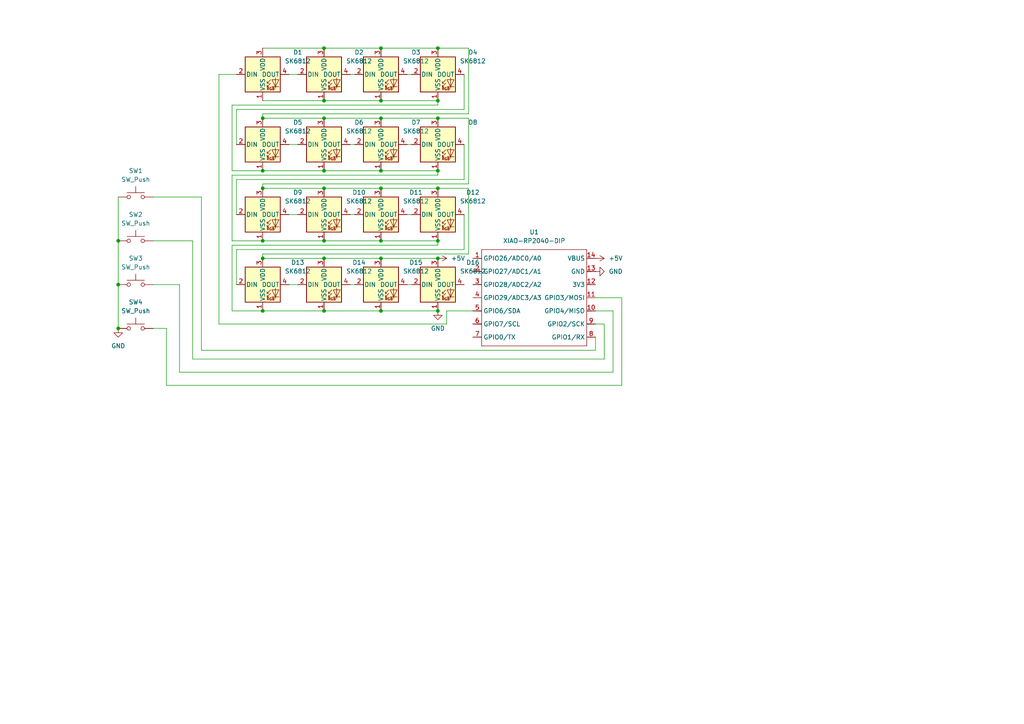
<source format=kicad_sch>
(kicad_sch (version 20250114) (generator "eeschema") (generator_version "9.0")
  (paper "A4")
  (lib_symbols
    (symbol "LED:SK6812" (pin_names (offset 0.254))
      (property "Reference" "D" (at 5.08 5.715 0))
      (property "Value" "SK6812" (at 1.27 -5.715 0))
      (symbol "SK6812_0_0"
        (text "RGB" (at 2.286 -4.191 0) (effects (font (size 0.762 0.762))))
      )
      (symbol "SK6812_0_1"
        (polyline (pts (xy 1.27 -2.54) (xy 1.778 -2.54)))
        (polyline (pts (xy 1.27 -3.556) (xy 1.778 -3.556)))
        (polyline (pts (xy 2.286 -1.524) (xy 1.27 -2.54) (xy 1.27 -2.032)))
        (polyline (pts (xy 2.286 -2.54) (xy 1.27 -3.556) (xy 1.27 -3.048)))
        (polyline (pts (xy 3.683 -1.016) (xy 3.683 -3.556) (xy 3.683 -4.064)))
        (polyline (pts (xy 4.699 -1.524) (xy 2.667 -1.524) (xy 3.683 -3.556) (xy 4.699 -1.524)))
        (polyline (pts (xy 4.699 -3.556) (xy 2.667 -3.556)))
        (rectangle (start 5.08 5.08) (end -5.08 -5.08) (stroke (width 0.254)) (fill (type background)))
      )
      (symbol "SK6812_1_1"
        (pin input line (at -7.62 0 0) (length 2.54) (name "DIN") (number "2"))
        (pin power_in line (at 0 7.62 270) (length 2.54) (name "VDD") (number "3"))
        (pin power_in line (at 0 -7.62 90) (length 2.54) (name "VSS") (number "1"))
        (pin output line (at 7.62 0 180) (length 2.54) (name "DOUT") (number "4"))
      )
    )
    (symbol "OPL:XIAO-RP2040-DIP"
      (property "Reference" "U" (at 0 0 0))
      (property "Value" "XIAO-RP2040-DIP" (at 5.334 -1.778 0))
      (symbol "XIAO-RP2040-DIP_1_0"
        (polyline (pts (xy -1.27 -2.54) (xy 29.21 -2.54)) (stroke (width 0.1524)))
        (polyline (pts (xy -1.27 -5.08) (xy -2.54 -5.08)) (stroke (width 0.1524)))
        (polyline (pts (xy -1.27 -5.08) (xy -1.27 -2.54)) (stroke (width 0.1524)))
        (polyline (pts (xy -1.27 -8.89) (xy -2.54 -8.89)) (stroke (width 0.1524)))
        (polyline (pts (xy -1.27 -8.89) (xy -1.27 -5.08)) (stroke (width 0.1524)))
        (polyline (pts (xy -1.27 -12.7) (xy -2.54 -12.7)) (stroke (width 0.1524)))
        (polyline (pts (xy -1.27 -12.7) (xy -1.27 -8.89)) (stroke (width 0.1524)))
        (polyline (pts (xy -1.27 -16.51) (xy -2.54 -16.51)) (stroke (width 0.1524)))
        (polyline (pts (xy -1.27 -16.51) (xy -1.27 -12.7)) (stroke (width 0.1524)))
        (polyline (pts (xy -1.27 -20.32) (xy -2.54 -20.32)) (stroke (width 0.1524)))
        (polyline (pts (xy -1.27 -24.13) (xy -2.54 -24.13)) (stroke (width 0.1524)))
        (polyline (pts (xy -1.27 -27.94) (xy -2.54 -27.94)) (stroke (width 0.1524)))
        (polyline (pts (xy -1.27 -30.48) (xy -1.27 -16.51)) (stroke (width 0.1524)))
        (polyline (pts (xy 29.21 -2.54) (xy 29.21 -5.08)) (stroke (width 0.1524)))
        (polyline (pts (xy 29.21 -5.08) (xy 29.21 -8.89)) (stroke (width 0.1524)))
        (polyline (pts (xy 29.21 -8.89) (xy 29.21 -12.7)) (stroke (width 0.1524)))
        (polyline (pts (xy 29.21 -12.7) (xy 29.21 -30.48)) (stroke (width 0.1524)))
        (polyline (pts (xy 29.21 -30.48) (xy -1.27 -30.48)) (stroke (width 0.1524)))
        (polyline (pts (xy 30.48 -5.08) (xy 29.21 -5.08)) (stroke (width 0.1524)))
        (polyline (pts (xy 30.48 -8.89) (xy 29.21 -8.89)) (stroke (width 0.1524)))
        (polyline (pts (xy 30.48 -12.7) (xy 29.21 -12.7)) (stroke (width 0.1524)))
        (polyline (pts (xy 30.48 -16.51) (xy 29.21 -16.51)) (stroke (width 0.1524)))
        (polyline (pts (xy 30.48 -20.32) (xy 29.21 -20.32)) (stroke (width 0.1524)))
        (polyline (pts (xy 30.48 -24.13) (xy 29.21 -24.13)) (stroke (width 0.1524)))
        (polyline (pts (xy 30.48 -27.94) (xy 29.21 -27.94)) (stroke (width 0.1524)))
        (pin passive line (at -3.81 -5.08 0) (length 2.54) (name "GPIO26/ADC0/A0") (number "1"))
        (pin passive line (at -3.81 -8.89 0) (length 2.54) (name "GPIO27/ADC1/A1") (number "2"))
        (pin passive line (at -3.81 -12.7 0) (length 2.54) (name "GPIO28/ADC2/A2") (number "3"))
        (pin passive line (at -3.81 -16.51 0) (length 2.54) (name "GPIO29/ADC3/A3") (number "4"))
        (pin passive line (at -3.81 -20.32 0) (length 2.54) (name "GPIO6/SDA") (number "5"))
        (pin passive line (at -3.81 -24.13 0) (length 2.54) (name "GPIO7/SCL") (number "6"))
        (pin passive line (at -3.81 -27.94 0) (length 2.54) (name "GPIO0/TX") (number "7"))
        (pin passive line (at 31.75 -5.08 180) (length 2.54) (name "VBUS") (number "14"))
        (pin passive line (at 31.75 -8.89 180) (length 2.54) (name "GND") (number "13"))
        (pin passive line (at 31.75 -12.7 180) (length 2.54) (name "3V3") (number "12"))
        (pin passive line (at 31.75 -16.51 180) (length 2.54) (name "GPIO3/MOSI") (number "11"))
        (pin passive line (at 31.75 -20.32 180) (length 2.54) (name "GPIO4/MISO") (number "10"))
        (pin passive line (at 31.75 -24.13 180) (length 2.54) (name "GPIO2/SCK") (number "9"))
        (pin passive line (at 31.75 -27.94 180) (length 2.54) (name "GPIO1/RX") (number "8"))
      )
    )
    (symbol "Switch:SW_Push" (pin_numbers (hide yes)) (pin_names (offset 1.016) (hide yes))
      (property "Reference" "SW" (at 1.27 2.54 0))
      (property "Value" "SW_Push" (at 0 -1.524 0))
      (symbol "SW_Push_0_1"
        (circle (center -2.032 0) (radius 0.508))
        (polyline (pts (xy 0 1.27) (xy 0 3.048)))
        (circle (center 2.032 0) (radius 0.508))
        (polyline (pts (xy 2.54 1.27) (xy -2.54 1.27)))
        (pin passive line (at -5.08 0 0) (length 2.54) (name "1") (number "1"))
        (pin passive line (at 5.08 0 180) (length 2.54) (name "2") (number "2"))
      )
    )
    (symbol "power:+5V" (power) (pin_numbers (hide yes)) (pin_names (offset 0) (hide yes))
      (property "Value" "+5V" (at 0 3.556 0))
      (symbol "+5V_0_1"
        (polyline (pts (xy -0.762 1.27) (xy 0 2.54)))
        (polyline (pts (xy 0 2.54) (xy 0.762 1.27)))
        (polyline (pts (xy 0 0) (xy 0 2.54)))
      )
      (symbol "+5V_1_1"
        (pin power_in line (at 0 0 90) (length 0) (name "~") (number "1"))
      )
    )
    (symbol "power:GND" (power) (pin_numbers (hide yes)) (pin_names (offset 0) (hide yes))
      (property "Value" "GND" (at 0 -3.81 0))
      (symbol "GND_0_1"
        (polyline (pts (xy 0 0) (xy 0 -1.27) (xy 1.27 -1.27) (xy 0 -2.54) (xy -1.27 -1.27) (xy 0 -1.27)))
      )
      (symbol "GND_1_1"
        (pin power_in line (at 0 0 270) (length 0) (name "~") (number "1"))
      )
    )
  )
  (junction (at 127 34.29))
  (junction (at 76.2 90.17))
  (junction (at 127 74.93))
  (junction (at 93.98 74.93))
  (junction (at 76.2 49.53))
  (junction (at 110.49 90.17))
  (junction (at 93.98 29.21))
  (junction (at 110.49 13.97))
  (junction (at 76.2 54.61))
  (junction (at 93.98 69.85))
  (junction (at 127 29.21))
  (junction (at 110.49 29.21))
  (junction (at 93.98 90.17))
  (junction (at 76.2 69.85))
  (junction (at 93.98 13.97))
  (junction (at 76.2 34.29))
  (junction (at 127 49.53))
  (junction (at 127 54.61))
  (junction (at 76.2 74.93))
  (junction (at 127 69.85))
  (junction (at 127 13.97))
  (junction (at 34.29 69.85))
  (junction (at 110.49 49.53))
  (junction (at 110.49 74.93))
  (junction (at 34.29 95.25))
  (junction (at 93.98 49.53))
  (junction (at 93.98 34.29))
  (junction (at 93.98 54.61))
  (junction (at 110.49 69.85))
  (junction (at 127 90.17))
  (junction (at 34.29 82.55))
  (junction (at 110.49 54.61))
  (junction (at 110.49 34.29))
  (wire (pts (xy 129.54 93.98) (xy 129.54 90.17)))
  (wire (pts (xy 118.11 21.59) (xy 119.38 21.59)))
  (wire (pts (xy 93.98 74.93) (xy 110.49 74.93)))
  (wire (pts (xy 76.2 74.93) (xy 93.98 74.93)))
  (wire (pts (xy 93.98 90.17) (xy 76.2 90.17)))
  (wire (pts (xy 34.29 82.55) (xy 34.29 95.25)))
  (wire (pts (xy 134.62 21.59) (xy 134.62 31.75)))
  (wire (pts (xy 180.34 86.36) (xy 180.34 111.76)))
  (wire (pts (xy 135.89 53.34) (xy 76.2 53.34)))
  (wire (pts (xy 134.62 52.07) (xy 68.58 52.07)))
  (wire (pts (xy 172.72 101.6) (xy 58.42 101.6)))
  (wire (pts (xy 110.49 74.93) (xy 127 74.93)))
  (wire (pts (xy 134.62 41.91) (xy 134.62 52.07)))
  (wire (pts (xy 135.89 54.61) (xy 135.89 73.66)))
  (wire (pts (xy 127 50.8) (xy 67.31 50.8)))
  (wire (pts (xy 67.31 49.53) (xy 76.2 49.53)))
  (wire (pts (xy 83.82 82.55) (xy 86.36 82.55)))
  (wire (pts (xy 48.26 95.25) (xy 44.45 95.25)))
  (wire (pts (xy 55.88 104.14) (xy 55.88 69.85)))
  (wire (pts (xy 127 13.97) (xy 135.89 13.97)))
  (wire (pts (xy 134.62 62.23) (xy 134.62 72.39)))
  (wire (pts (xy 93.98 49.53) (xy 110.49 49.53)))
  (wire (pts (xy 172.72 90.17) (xy 177.8 90.17)))
  (wire (pts (xy 134.62 72.39) (xy 68.58 72.39)))
  (wire (pts (xy 67.31 90.17) (xy 76.2 90.17)))
  (wire (pts (xy 68.58 72.39) (xy 68.58 82.55)))
  (wire (pts (xy 127 69.85) (xy 127 71.12)))
  (wire (pts (xy 110.49 49.53) (xy 127 49.53)))
  (wire (pts (xy 175.26 93.98) (xy 175.26 104.14)))
  (wire (pts (xy 110.49 54.61) (xy 127 54.61)))
  (wire (pts (xy 127 34.29) (xy 135.89 34.29)))
  (wire (pts (xy 76.2 54.61) (xy 93.98 54.61)))
  (wire (pts (xy 110.49 13.97) (xy 127 13.97)))
  (wire (pts (xy 175.26 104.14) (xy 55.88 104.14)))
  (wire (pts (xy 93.98 29.21) (xy 110.49 29.21)))
  (wire (pts (xy 118.11 62.23) (xy 119.38 62.23)))
  (wire (pts (xy 110.49 29.21) (xy 127 29.21)))
  (wire (pts (xy 93.98 13.97) (xy 110.49 13.97)))
  (wire (pts (xy 135.89 34.29) (xy 135.89 53.34)))
  (wire (pts (xy 110.49 34.29) (xy 127 34.29)))
  (wire (pts (xy 135.89 13.97) (xy 135.89 33.02)))
  (wire (pts (xy 135.89 33.02) (xy 76.2 33.02)))
  (wire (pts (xy 177.8 107.95) (xy 52.07 107.95)))
  (wire (pts (xy 83.82 41.91) (xy 86.36 41.91)))
  (wire (pts (xy 68.58 52.07) (xy 68.58 62.23)))
  (wire (pts (xy 76.2 13.97) (xy 93.98 13.97)))
  (wire (pts (xy 34.29 57.15) (xy 34.29 69.85)))
  (wire (pts (xy 127 30.48) (xy 67.31 30.48)))
  (wire (pts (xy 127 71.12) (xy 67.31 71.12)))
  (wire (pts (xy 127 54.61) (xy 135.89 54.61)))
  (wire (pts (xy 76.2 69.85) (xy 93.98 69.85)))
  (wire (pts (xy 76.2 53.34) (xy 76.2 54.61)))
  (wire (pts (xy 76.2 29.21) (xy 93.98 29.21)))
  (wire (pts (xy 76.2 34.29) (xy 93.98 34.29)))
  (wire (pts (xy 34.29 69.85) (xy 34.29 82.55)))
  (wire (pts (xy 68.58 31.75) (xy 68.58 41.91)))
  (wire (pts (xy 76.2 49.53) (xy 93.98 49.53)))
  (wire (pts (xy 172.72 86.36) (xy 180.34 86.36)))
  (wire (pts (xy 67.31 71.12) (xy 67.31 90.17)))
  (wire (pts (xy 76.2 33.02) (xy 76.2 34.29)))
  (wire (pts (xy 135.89 73.66) (xy 76.2 73.66)))
  (wire (pts (xy 67.31 50.8) (xy 67.31 69.85)))
  (wire (pts (xy 110.49 69.85) (xy 127 69.85)))
  (wire (pts (xy 63.5 21.59) (xy 68.58 21.59)))
  (wire (pts (xy 118.11 82.55) (xy 119.38 82.55)))
  (wire (pts (xy 83.82 21.59) (xy 86.36 21.59)))
  (wire (pts (xy 101.6 62.23) (xy 102.87 62.23)))
  (wire (pts (xy 180.34 111.76) (xy 48.26 111.76)))
  (wire (pts (xy 110.49 90.17) (xy 127 90.17)))
  (wire (pts (xy 101.6 21.59) (xy 102.87 21.59)))
  (wire (pts (xy 118.11 41.91) (xy 119.38 41.91)))
  (wire (pts (xy 58.42 101.6) (xy 58.42 57.15)))
  (wire (pts (xy 93.98 54.61) (xy 110.49 54.61)))
  (wire (pts (xy 127 29.21) (xy 127 30.48)))
  (wire (pts (xy 52.07 82.55) (xy 44.45 82.55)))
  (wire (pts (xy 177.8 90.17) (xy 177.8 107.95)))
  (wire (pts (xy 76.2 73.66) (xy 76.2 74.93)))
  (wire (pts (xy 55.88 69.85) (xy 44.45 69.85)))
  (wire (pts (xy 127 49.53) (xy 127 50.8)))
  (wire (pts (xy 93.98 69.85) (xy 110.49 69.85)))
  (wire (pts (xy 129.54 90.17) (xy 137.16 90.17)))
  (wire (pts (xy 63.5 93.98) (xy 129.54 93.98)))
  (wire (pts (xy 83.82 62.23) (xy 86.36 62.23)))
  (wire (pts (xy 101.6 82.55) (xy 102.87 82.55)))
  (wire (pts (xy 172.72 97.79) (xy 172.72 101.6)))
  (wire (pts (xy 63.5 21.59) (xy 63.5 93.98)))
  (wire (pts (xy 58.42 57.15) (xy 44.45 57.15)))
  (wire (pts (xy 52.07 107.95) (xy 52.07 82.55)))
  (wire (pts (xy 110.49 90.17) (xy 93.98 90.17)))
  (wire (pts (xy 134.62 31.75) (xy 68.58 31.75)))
  (wire (pts (xy 67.31 30.48) (xy 67.31 49.53)))
  (wire (pts (xy 172.72 93.98) (xy 175.26 93.98)))
  (wire (pts (xy 48.26 111.76) (xy 48.26 95.25)))
  (wire (pts (xy 101.6 41.91) (xy 102.87 41.91)))
  (wire (pts (xy 67.31 69.85) (xy 76.2 69.85)))
  (wire (pts (xy 93.98 34.29) (xy 110.49 34.29)))
  (symbol (lib_id "LED:SK6812") (at 127 21.59 0) (unit 1)
    (property "Reference" "D4" (at 137.16 15.1698 0))
    (property "Value" "SK6812" (at 137.16 17.7098 0))
    (property "Footprint" "LED_SMD:LED_SK6812MINI_PLCC4_3.5x3.5mm_P1.75mm" (effects (hide yes)))
    (property "Datasheet" "https://cdn-shop.adafruit.com/product-files/1138/SK6812+LED+datasheet+.pdf" (effects (hide yes)))
    (property "Description" "RGB LED with integrated controller" (effects (hide yes)))
  )
  (symbol (lib_id "LED:SK6812") (at 127 41.91 0) (unit 1)
    (property "Reference" "D8" (at 137.16 35.4898 0))
    (property "Value" "SK6812" (effects (hide yes)))
    (property "Footprint" "LED_SMD:LED_SK6812MINI_PLCC4_3.5x3.5mm_P1.75mm" (effects (hide yes)))
    (property "Datasheet" "https://cdn-shop.adafruit.com/product-files/1138/SK6812+LED+datasheet+.pdf" (effects (hide yes)))
    (property "Description" "RGB LED with integrated controller" (effects (hide yes)))
  )
  (symbol (lib_id "Switch:SW_Push") (at 39.37 82.55 0) (unit 1)
    (property "Reference" "SW3" (at 39.37 74.93 0))
    (property "Value" "SW_Push" (at 39.37 77.47 0))
    (property "Footprint" "Button_Switch_Keyboard:SW_Cherry_MX_1.00u_PCB" (effects (hide yes)))
    (property "Description" "Push button switch, generic, two pins" (effects (hide yes)))
  )
  (symbol (lib_id "LED:SK6812") (at 127 62.23 0) (unit 1)
    (property "Reference" "D12" (at 137.16 55.8098 0))
    (property "Value" "SK6812" (at 137.16 58.3498 0))
    (property "Footprint" "LED_SMD:LED_SK6812MINI_PLCC4_3.5x3.5mm_P1.75mm" (effects (hide yes)))
    (property "Datasheet" "https://cdn-shop.adafruit.com/product-files/1138/SK6812+LED+datasheet+.pdf" (effects (hide yes)))
    (property "Description" "RGB LED with integrated controller" (effects (hide yes)))
  )
  (symbol (lib_id "LED:SK6812") (at 110.49 41.91 0) (unit 1)
    (property "Reference" "D7" (at 120.65 35.4898 0))
    (property "Value" "SK6812" (at 120.65 38.0298 0))
    (property "Footprint" "LED_SMD:LED_SK6812MINI_PLCC4_3.5x3.5mm_P1.75mm" (effects (hide yes)))
    (property "Datasheet" "https://cdn-shop.adafruit.com/product-files/1138/SK6812+LED+datasheet+.pdf" (effects (hide yes)))
    (property "Description" "RGB LED with integrated controller" (effects (hide yes)))
  )
  (symbol (lib_id "OPL:XIAO-RP2040-DIP") (at 140.97 69.85 0) (unit 1)
    (property "Reference" "U1" (at 154.94 67.31 0))
    (property "Value" "XIAO-RP2040-DIP" (at 154.94 69.85 0))
    (property "Footprint" "OPL:XIAO-RP2040-DIP" (effects (hide yes)))
  )
  (symbol (lib_id "power:GND") (at 127 90.17 0) (unit 1)
    (property "Reference" "#PWR02" (effects (hide yes)))
    (property "Value" "GND" (at 127 95.25 0))
    (property "Description" "Power symbol creates a global label with name \"GND\" , ground" (effects (hide yes)))
  )
  (symbol (lib_id "Switch:SW_Push") (at 39.37 69.85 0) (unit 1)
    (property "Reference" "SW2" (at 39.37 62.23 0))
    (property "Value" "SW_Push" (at 39.37 64.77 0))
    (property "Footprint" "Button_Switch_Keyboard:SW_Cherry_MX_1.00u_PCB" (effects (hide yes)))
    (property "Description" "Push button switch, generic, two pins" (effects (hide yes)))
  )
  (symbol (lib_id "LED:SK6812") (at 93.98 62.23 0) (unit 1)
    (property "Reference" "D10" (at 104.14 55.8098 0))
    (property "Value" "SK6812" (at 104.14 58.3498 0))
    (property "Footprint" "LED_SMD:LED_SK6812MINI_PLCC4_3.5x3.5mm_P1.75mm" (effects (hide yes)))
    (property "Datasheet" "https://cdn-shop.adafruit.com/product-files/1138/SK6812+LED+datasheet+.pdf" (effects (hide yes)))
    (property "Description" "RGB LED with integrated controller" (effects (hide yes)))
  )
  (symbol (lib_id "LED:SK6812") (at 76.2 82.55 0) (unit 1)
    (property "Reference" "D13" (at 86.36 76.1298 0))
    (property "Value" "SK6812" (at 86.36 78.6698 0))
    (property "Footprint" "LED_SMD:LED_SK6812MINI_PLCC4_3.5x3.5mm_P1.75mm" (effects (hide yes)))
    (property "Datasheet" "https://cdn-shop.adafruit.com/product-files/1138/SK6812+LED+datasheet+.pdf" (effects (hide yes)))
    (property "Description" "RGB LED with integrated controller" (effects (hide yes)))
  )
  (symbol (lib_id "power:+5V") (at 127 74.93 270) (unit 1)
    (property "Reference" "#PWR01" (effects (hide yes)))
    (property "Value" "+5V" (at 130.81 74.9299 90) (effects (justify left)))
    (property "Description" "Power symbol creates a global label with name \"+5V\"" (effects (hide yes)))
  )
  (symbol (lib_id "power:GND") (at 172.72 78.74 90) (unit 1)
    (property "Reference" "#PWR05" (effects (hide yes)))
    (property "Value" "GND" (at 176.53 78.7399 90) (effects (justify right)))
    (property "Description" "Power symbol creates a global label with name \"GND\" , ground" (effects (hide yes)))
  )
  (symbol (lib_id "LED:SK6812") (at 110.49 21.59 0) (unit 1)
    (property "Reference" "D3" (at 120.65 15.1698 0))
    (property "Value" "SK6812" (at 120.65 17.7098 0))
    (property "Footprint" "LED_SMD:LED_SK6812MINI_PLCC4_3.5x3.5mm_P1.75mm" (effects (hide yes)))
    (property "Datasheet" "https://cdn-shop.adafruit.com/product-files/1138/SK6812+LED+datasheet+.pdf" (effects (hide yes)))
    (property "Description" "RGB LED with integrated controller" (effects (hide yes)))
  )
  (symbol (lib_id "LED:SK6812") (at 76.2 21.59 0) (unit 1)
    (property "Reference" "D1" (at 86.36 15.1698 0))
    (property "Value" "SK6812" (at 86.36 17.7098 0))
    (property "Footprint" "LED_SMD:LED_SK6812MINI_PLCC4_3.5x3.5mm_P1.75mm" (effects (hide yes)))
    (property "Datasheet" "https://cdn-shop.adafruit.com/product-files/1138/SK6812+LED+datasheet+.pdf" (effects (hide yes)))
    (property "Description" "RGB LED with integrated controller" (effects (hide yes)))
  )
  (symbol (lib_id "LED:SK6812") (at 127 82.55 0) (unit 1)
    (property "Reference" "D16" (at 137.16 76.1298 0))
    (property "Value" "SK6812" (at 137.16 78.6698 0))
    (property "Footprint" "LED_SMD:LED_SK6812MINI_PLCC4_3.5x3.5mm_P1.75mm" (effects (hide yes)))
    (property "Datasheet" "https://cdn-shop.adafruit.com/product-files/1138/SK6812+LED+datasheet+.pdf" (effects (hide yes)))
    (property "Description" "RGB LED with integrated controller" (effects (hide yes)))
  )
  (symbol (lib_id "LED:SK6812") (at 93.98 41.91 0) (unit 1)
    (property "Reference" "D6" (at 104.14 35.4898 0))
    (property "Value" "SK6812" (at 104.14 38.0298 0))
    (property "Footprint" "LED_SMD:LED_SK6812MINI_PLCC4_3.5x3.5mm_P1.75mm" (effects (hide yes)))
    (property "Datasheet" "https://cdn-shop.adafruit.com/product-files/1138/SK6812+LED+datasheet+.pdf" (effects (hide yes)))
    (property "Description" "RGB LED with integrated controller" (effects (hide yes)))
  )
  (symbol (lib_id "LED:SK6812") (at 76.2 41.91 0) (unit 1)
    (property "Reference" "D5" (at 86.36 35.4898 0))
    (property "Value" "SK6812" (at 86.36 38.0298 0))
    (property "Footprint" "LED_SMD:LED_SK6812MINI_PLCC4_3.5x3.5mm_P1.75mm" (effects (hide yes)))
    (property "Datasheet" "https://cdn-shop.adafruit.com/product-files/1138/SK6812+LED+datasheet+.pdf" (effects (hide yes)))
    (property "Description" "RGB LED with integrated controller" (effects (hide yes)))
  )
  (symbol (lib_id "power:GND") (at 34.29 95.25 0) (unit 1)
    (property "Reference" "#PWR03" (effects (hide yes)))
    (property "Value" "GND" (at 34.29 100.33 0))
    (property "Description" "Power symbol creates a global label with name \"GND\" , ground" (effects (hide yes)))
  )
  (symbol (lib_id "LED:SK6812") (at 110.49 62.23 0) (unit 1)
    (property "Reference" "D11" (at 120.65 55.8098 0))
    (property "Value" "SK6812" (at 120.65 58.3498 0))
    (property "Footprint" "LED_SMD:LED_SK6812MINI_PLCC4_3.5x3.5mm_P1.75mm" (effects (hide yes)))
    (property "Datasheet" "https://cdn-shop.adafruit.com/product-files/1138/SK6812+LED+datasheet+.pdf" (effects (hide yes)))
    (property "Description" "RGB LED with integrated controller" (effects (hide yes)))
  )
  (symbol (lib_id "LED:SK6812") (at 93.98 82.55 0) (unit 1)
    (property "Reference" "D14" (at 104.14 76.1298 0))
    (property "Value" "SK6812" (at 104.14 78.6698 0))
    (property "Footprint" "LED_SMD:LED_SK6812MINI_PLCC4_3.5x3.5mm_P1.75mm" (effects (hide yes)))
    (property "Datasheet" "https://cdn-shop.adafruit.com/product-files/1138/SK6812+LED+datasheet+.pdf" (effects (hide yes)))
    (property "Description" "RGB LED with integrated controller" (effects (hide yes)))
  )
  (symbol (lib_id "LED:SK6812") (at 93.98 21.59 0) (unit 1)
    (property "Reference" "D2" (at 104.14 15.1698 0))
    (property "Value" "SK6812" (at 104.14 17.7098 0))
    (property "Footprint" "LED_SMD:LED_SK6812MINI_PLCC4_3.5x3.5mm_P1.75mm" (effects (hide yes)))
    (property "Datasheet" "https://cdn-shop.adafruit.com/product-files/1138/SK6812+LED+datasheet+.pdf" (effects (hide yes)))
    (property "Description" "RGB LED with integrated controller" (effects (hide yes)))
  )
  (symbol (lib_id "LED:SK6812") (at 110.49 82.55 0) (unit 1)
    (property "Reference" "D15" (at 120.65 76.1298 0))
    (property "Value" "SK6812" (at 120.65 78.6698 0))
    (property "Footprint" "LED_SMD:LED_SK6812MINI_PLCC4_3.5x3.5mm_P1.75mm" (effects (hide yes)))
    (property "Datasheet" "https://cdn-shop.adafruit.com/product-files/1138/SK6812+LED+datasheet+.pdf" (effects (hide yes)))
    (property "Description" "RGB LED with integrated controller" (effects (hide yes)))
  )
  (symbol (lib_id "power:+5V") (at 172.72 74.93 270) (unit 1)
    (property "Reference" "#PWR04" (effects (hide yes)))
    (property "Value" "+5V" (at 176.53 74.9299 90) (effects (justify left)))
    (property "Description" "Power symbol creates a global label with name \"+5V\"" (effects (hide yes)))
  )
  (symbol (lib_id "Switch:SW_Push") (at 39.37 57.15 0) (unit 1)
    (property "Reference" "SW1" (at 39.37 49.53 0))
    (property "Value" "SW_Push" (at 39.37 52.07 0))
    (property "Footprint" "Button_Switch_Keyboard:SW_Cherry_MX_1.00u_PCB" (effects (hide yes)))
    (property "Description" "Push button switch, generic, two pins" (effects (hide yes)))
  )
  (symbol (lib_id "Switch:SW_Push") (at 39.37 95.25 0) (unit 1)
    (property "Reference" "SW4" (at 39.37 87.63 0))
    (property "Value" "SW_Push" (at 39.37 90.17 0))
    (property "Footprint" "Button_Switch_Keyboard:SW_Cherry_MX_1.00u_PCB" (effects (hide yes)))
    (property "Description" "Push button switch, generic, two pins" (effects (hide yes)))
  )
  (symbol (lib_id "LED:SK6812") (at 76.2 62.23 0) (unit 1)
    (property "Reference" "D9" (at 86.36 55.8098 0))
    (property "Value" "SK6812" (at 86.36 58.3498 0))
    (property "Footprint" "LED_SMD:LED_SK6812MINI_PLCC4_3.5x3.5mm_P1.75mm" (effects (hide yes)))
    (property "Datasheet" "https://cdn-shop.adafruit.com/product-files/1138/SK6812+LED+datasheet+.pdf" (effects (hide yes)))
    (property "Description" "RGB LED with integrated controller" (effects (hide yes)))
  )
)
</source>
